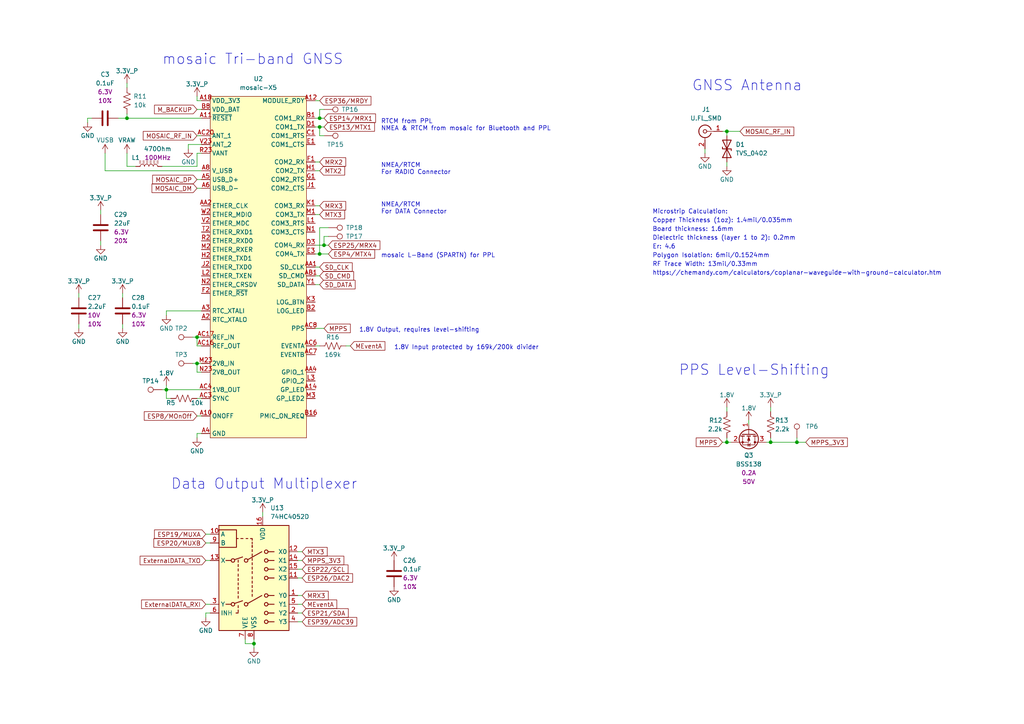
<source format=kicad_sch>
(kicad_sch (version 20230121) (generator eeschema)
  (paper "A4")
  (lib_symbols
    (symbol "SparkFun-Capacitor:0.1uF_0402_6.3V_10%" (pin_numbers hide) (pin_names (offset 0.254))
      (property "Reference" "C" (at 0.635 2.54 0))
      (property "Value" "0.1uF" (at 0.635 -2.54 0))
      (property "Voltage" "6.3V" (at 0 -6.35 0))
      (property "Tolerance" "10%" (at 0 -8.89 0))
      (symbol "0.1uF_0402_6.3V_10%_1_1"
        (pin passive line (at 0 3.81 270) (length 2.794) (name "~") (number "1"))
        (pin passive line (at 0 -3.81 90) (length 2.794) (name "~") (number "2"))
      )
    )
    (symbol "SparkFun-Capacitor:2.2uF_0402_10V_10%" (pin_numbers hide) (pin_names (offset 0.254))
      (property "Reference" "C" (at 0.635 2.54 0))
      (property "Value" "2.2uF" (at 0.635 -2.54 0))
      (property "Voltage" "10V" (at 0 -6.35 0))
      (property "Tolerance" "10%" (at 0 -8.89 0))
      (symbol "2.2uF_0402_10V_10%_1_1"
        (pin passive line (at 0 3.81 270) (length 2.794) (name "~") (number "1"))
        (pin passive line (at 0 -3.81 90) (length 2.794) (name "~") (number "2"))
      )
    )
    (symbol "SparkFun-Capacitor:22uF_0603_6.3V_20%" (pin_numbers hide) (pin_names (offset 0.254))
      (property "Reference" "C" (at 0.635 2.54 0))
      (property "Value" "22uF" (at 0.635 -2.54 0))
      (property "Voltage" "6.3V" (at 0 -6.35 0))
      (property "Tolerance" "20%" (at 0 -8.89 0))
      (symbol "22uF_0603_6.3V_20%_1_1"
        (pin passive line (at 0 3.81 270) (length 2.794) (name "~") (number "1"))
        (pin passive line (at 0 -3.81 90) (length 2.794) (name "~") (number "2"))
      )
    )
    (symbol "SparkFun-Coil:470Ohm_0603_1.0A" (pin_numbers hide) (pin_names (offset 1.016) hide)
      (property "Reference" "L" (at 0 2.54 0))
      (property "Value" "470Ohm" (at 0 -1.27 0))
      (property "Frequency" "100MHz" (at 0 -3.81 0))
      (symbol "470Ohm_0603_1.0A_1_1"
        (pin passive line (at -3.81 0 0) (length 1.27) (name "1") (number "1"))
        (pin passive line (at 3.81 0 180) (length 1.27) (name "2") (number "2"))
      )
    )
    (symbol "SparkFun-Connector:TestPoint_1.0mm" (pin_numbers hide) (pin_names (offset 0.762) hide)
      (property "Reference" "TP" (at 0 5.08 0))
      (symbol "TestPoint_1.0mm_1_1"
        (pin passive line (at 0 0 90) (length 2.54) (name "1") (number "1"))
      )
    )
    (symbol "SparkFun-Connector:TestPoint_PTH" (pin_numbers hide) (pin_names (offset 0.762) hide)
      (property "Reference" "TP" (at 0 5.08 0))
      (symbol "TestPoint_PTH_1_1"
        (pin passive line (at 0 0 90) (length 2.54) (name "1") (number "1"))
      )
    )
    (symbol "SparkFun-DiscreteSemi:D_TVS_0402" (pin_numbers hide) (pin_names (offset 1.016) hide)
      (property "Reference" "D" (at 0 2.54 0))
      (property "Value" "TVS_0402" (at 0 -2.54 0))
      (symbol "D_TVS_0402_1_1"
        (pin passive line (at -3.81 0 0) (length 2.54) (name "A1") (number "1"))
        (pin passive line (at 3.81 0 180) (length 2.54) (name "A2") (number "2"))
      )
    )
    (symbol "SparkFun-DiscreteSemi:Q_NMOS_0.2A_50V" (pin_names (offset 0) hide)
      (property "Reference" "Q" (at 5.08 1.27 0))
      (property "Value" "BSS138" (at 5.08 -1.27 0))
      (property "IMax" "0.2A" (at 7.62 -3.81 0))
      (property "VMax" "50V" (at 7.62 -6.35 0))
      (symbol "Q_NMOS_0.2A_50V_1_1"
        (pin input line (at -2.54 0 0) (length 0) (name "G") (number "1"))
        (pin passive line (at 2.54 -5.08 90) (length 2.54) (name "S") (number "2"))
        (pin passive line (at 2.54 5.08 270) (length 2.54) (name "D") (number "3"))
      )
    )
    (symbol "SparkFun-GPS:mosaic-X5"
      (property "Reference" "U" (at -12.7 44.45 0))
      (property "Value" "mosaic-X5" (at -1.27 -58.42 0))
      (symbol "mosaic-X5_1_1"
        (pin input line (at -16.51 -49.53 0) (length 2.54) (name "ONOFF") (number "A10"))
        (pin input line (at -16.51 36.83 0) (length 2.54) (name "~{RESET}") (number "A11"))
        (pin output line (at 16.51 41.91 180) (length 2.54) (name "MODULE_RDY") (number "A12"))
        (pin output line (at 16.51 -41.91 180) (length 2.54) (name "GP_LED") (number "A14"))
        (pin power_in line (at -16.51 -54.61 0) (length 2.54) hide (name "GND") (number "A15"))
        (pin power_in line (at -16.51 -54.61 0) (length 2.54) hide (name "GND") (number "A16"))
        (pin power_in line (at -16.51 -54.61 0) (length 2.54) hide (name "GND") (number "A17"))
        (pin power_in line (at -16.51 41.91 0) (length 2.54) (name "VDD_3V3") (number "A18"))
        (pin power_in line (at -16.51 41.91 0) (length 2.54) hide (name "VDD_3V3") (number "A19"))
        (pin output line (at -16.51 -21.59 0) (length 2.54) (name "RTC_XTALO") (number "A2"))
        (pin power_in line (at -16.51 41.91 0) (length 2.54) hide (name "VDD_3V3") (number "A20"))
        (pin power_in line (at -16.51 -54.61 0) (length 2.54) hide (name "GND") (number "A21"))
        (pin power_in line (at -16.51 -54.61 0) (length 2.54) hide (name "GND") (number "A22"))
        (pin power_in line (at -16.51 -54.61 0) (length 2.54) hide (name "GND") (number "A23"))
        (pin input line (at -16.51 -19.05 0) (length 2.54) (name "RTC_XTALI") (number "A3"))
        (pin power_in line (at -16.51 -54.61 0) (length 2.54) (name "GND") (number "A4"))
        (pin bidirectional line (at -16.51 19.05 0) (length 2.54) (name "USB_D+") (number "A5"))
        (pin bidirectional line (at -16.51 16.51 0) (length 2.54) (name "USB_D-") (number "A6"))
        (pin power_in line (at -16.51 -54.61 0) (length 2.54) hide (name "GND") (number "A7"))
        (pin power_in line (at -16.51 21.59 0) (length 2.54) (name "V_USB") (number "A8"))
        (pin output line (at 16.51 -6.35 180) (length 2.54) (name "SD_CLK") (number "AA1"))
        (pin power_in line (at -16.51 -54.61 0) (length 2.54) hide (name "GND") (number "AA13"))
        (pin power_in line (at -16.51 -54.61 0) (length 2.54) hide (name "GND") (number "AA14"))
        (pin power_in line (at -16.51 -54.61 0) (length 2.54) hide (name "GND") (number "AA15"))
        (pin power_in line (at -16.51 -54.61 0) (length 2.54) hide (name "GND") (number "AA16"))
        (pin power_in line (at -16.51 -54.61 0) (length 2.54) hide (name "GND") (number "AA17"))
        (pin power_in line (at -16.51 -54.61 0) (length 2.54) hide (name "GND") (number "AA18"))
        (pin power_in line (at -16.51 -54.61 0) (length 2.54) hide (name "GND") (number "AA19"))
        (pin output line (at -16.51 11.43 0) (length 2.54) (name "ETHER_CLK") (number "AA2"))
        (pin power_in line (at -16.51 -54.61 0) (length 2.54) hide (name "GND") (number "AA20"))
        (pin power_in line (at -16.51 -54.61 0) (length 2.54) hide (name "GND") (number "AA21"))
        (pin power_in line (at -16.51 -54.61 0) (length 2.54) hide (name "GND") (number "AA22"))
        (pin power_in line (at -16.51 -54.61 0) (length 2.54) hide (name "GND") (number "AA23"))
        (pin output line (at 16.51 -36.83 180) (length 2.54) (name "GPIO_1") (number "AA4"))
        (pin output line (at 16.51 -8.89 180) (length 2.54) (name "SD_CMD") (number "AB1"))
        (pin power_in line (at -16.51 -54.61 0) (length 2.54) hide (name "GND") (number "AB13"))
        (pin power_in line (at -16.51 -54.61 0) (length 2.54) hide (name "GND") (number "AB14"))
        (pin power_in line (at -16.51 -54.61 0) (length 2.54) hide (name "GND") (number "AB15"))
        (pin power_in line (at -16.51 -54.61 0) (length 2.54) hide (name "GND") (number "AB16"))
        (pin power_in line (at -16.51 -54.61 0) (length 2.54) hide (name "GND") (number "AB17"))
        (pin power_in line (at -16.51 -54.61 0) (length 2.54) hide (name "GND") (number "AB18"))
        (pin power_in line (at -16.51 -54.61 0) (length 2.54) hide (name "GND") (number "AB19"))
        (pin power_in line (at -16.51 -54.61 0) (length 2.54) hide (name "GND") (number "AB2"))
        (pin power_in line (at -16.51 -54.61 0) (length 2.54) hide (name "GND") (number "AB20"))
        (pin power_in line (at -16.51 -54.61 0) (length 2.54) hide (name "GND") (number "AB21"))
        (pin power_in line (at -16.51 -54.61 0) (length 2.54) hide (name "GND") (number "AB22"))
        (pin power_in line (at -16.51 -54.61 0) (length 2.54) hide (name "GND") (number "AB23"))
        (pin power_in line (at -16.51 -54.61 0) (length 2.54) hide (name "GND") (number "AB3"))
        (pin power_in line (at -16.51 -54.61 0) (length 2.54) hide (name "GND") (number "AB4"))
        (pin power_in line (at -16.51 -54.61 0) (length 2.54) hide (name "GND") (number "AB5"))
        (pin power_in line (at -16.51 -54.61 0) (length 2.54) hide (name "GND") (number "AB6"))
        (pin power_in line (at -16.51 -54.61 0) (length 2.54) hide (name "GND") (number "AB7"))
        (pin power_in line (at -16.51 -54.61 0) (length 2.54) hide (name "GND") (number "AB8"))
        (pin power_in line (at -16.51 -54.61 0) (length 2.54) hide (name "GND") (number "AC13"))
        (pin no_connect line (at -13.97 -24.13 0) (length 2.54) hide (name "VTUNE") (number "AC14"))
        (pin power_in line (at -16.51 -54.61 0) (length 2.54) hide (name "GND") (number "AC15"))
        (pin output line (at -16.51 -29.21 0) (length 2.54) (name "REF_OUT") (number "AC16"))
        (pin input line (at -16.51 -26.67 0) (length 2.54) (name "REF_IN") (number "AC17"))
        (pin power_in line (at -16.51 -54.61 0) (length 2.54) hide (name "GND") (number "AC18"))
        (pin power_in line (at -16.51 -54.61 0) (length 2.54) hide (name "GND") (number "AC19"))
        (pin input line (at -16.51 31.75 0) (length 2.54) (name "ANT_1") (number "AC20"))
        (pin power_in line (at -16.51 -54.61 0) (length 2.54) hide (name "GND") (number "AC21"))
        (pin power_in line (at -16.51 -54.61 0) (length 2.54) hide (name "GND") (number "AC22"))
        (pin power_in line (at -16.51 -54.61 0) (length 2.54) hide (name "GND") (number "AC23"))
        (pin input line (at -16.51 -44.45 0) (length 2.54) (name "SYNC") (number "AC3"))
        (pin power_out line (at -16.51 -41.91 0) (length 2.54) (name "1V8_OUT") (number "AC4"))
        (pin input line (at 16.51 -29.21 180) (length 2.54) (name "EVENTA") (number "AC6"))
        (pin input line (at 16.51 -31.75 180) (length 2.54) (name "EVENTB") (number "AC7"))
        (pin output line (at 16.51 -24.13 180) (length 2.54) (name "PPS") (number "AC8"))
        (pin input line (at 16.51 36.83 180) (length 2.54) (name "COM1_RX") (number "B1"))
        (pin power_in line (at -16.51 -54.61 0) (length 2.54) hide (name "GND") (number "B13"))
        (pin output line (at 16.51 -49.53 180) (length 2.54) (name "PMIC_ON_REQ") (number "B16"))
        (pin power_in line (at -16.51 -54.61 0) (length 2.54) hide (name "GND") (number "B17"))
        (pin power_in line (at -16.51 41.91 0) (length 2.54) hide (name "VDD_3V3") (number "B18"))
        (pin power_in line (at -16.51 41.91 0) (length 2.54) hide (name "VDD_3V3") (number "B19"))
        (pin output line (at 16.51 -19.05 180) (length 2.54) (name "LOG_LED") (number "B2"))
        (pin power_in line (at -16.51 41.91 0) (length 2.54) hide (name "VDD_3V3") (number "B20"))
        (pin power_in line (at -16.51 -54.61 0) (length 2.54) hide (name "GND") (number "B21"))
        (pin power_in line (at -16.51 -54.61 0) (length 2.54) hide (name "GND") (number "B4"))
        (pin power_in line (at -16.51 -54.61 0) (length 2.54) hide (name "GND") (number "B5"))
        (pin power_in line (at -16.51 -54.61 0) (length 2.54) hide (name "GND") (number "B6"))
        (pin power_in line (at -16.51 -54.61 0) (length 2.54) hide (name "GND") (number "B7"))
        (pin power_in line (at -16.51 39.37 0) (length 2.54) (name "VDD_BAT") (number "B8"))
        (pin output line (at 16.51 31.75 180) (length 2.54) (name "COM1_RTS") (number "C1"))
        (pin power_in line (at -16.51 -54.61 0) (length 2.54) hide (name "GND") (number "C15"))
        (pin power_in line (at -16.51 -54.61 0) (length 2.54) hide (name "GND") (number "C16"))
        (pin power_in line (at -16.51 -54.61 0) (length 2.54) hide (name "GND") (number "C17"))
        (pin power_in line (at -16.51 41.91 0) (length 2.54) hide (name "VDD_3V3") (number "C18"))
        (pin power_in line (at -16.51 41.91 0) (length 2.54) hide (name "VDD_3V3") (number "C19"))
        (pin power_in line (at -16.51 41.91 0) (length 2.54) hide (name "VDD_3V3") (number "C20"))
        (pin power_in line (at -16.51 -54.61 0) (length 2.54) hide (name "GND") (number "C23"))
        (pin power_in line (at -16.51 -54.61 0) (length 2.54) hide (name "GND") (number "C4"))
        (pin power_in line (at -16.51 -54.61 0) (length 2.54) hide (name "GND") (number "C7"))
        (pin output line (at 16.51 34.29 180) (length 2.54) (name "COM1_TX") (number "D1"))
        (pin power_in line (at -16.51 -54.61 0) (length 2.54) hide (name "GND") (number "D2"))
        (pin power_in line (at -16.51 -54.61 0) (length 2.54) hide (name "GND") (number "D21"))
        (pin power_in line (at -16.51 -54.61 0) (length 2.54) hide (name "GND") (number "D22"))
        (pin power_in line (at -16.51 -54.61 0) (length 2.54) hide (name "GND") (number "D23"))
        (pin output line (at 16.51 0 180) (length 2.54) (name "COM4_RX") (number "D3"))
        (pin input line (at 16.51 29.21 180) (length 2.54) (name "COM1_CTS") (number "E1"))
        (pin power_in line (at -16.51 -54.61 0) (length 2.54) hide (name "GND") (number "E2"))
        (pin power_in line (at -16.51 -54.61 0) (length 2.54) hide (name "GND") (number "E21"))
        (pin power_in line (at -16.51 -54.61 0) (length 2.54) hide (name "GND") (number "E22"))
        (pin power_in line (at -16.51 -54.61 0) (length 2.54) hide (name "GND") (number "E23"))
        (pin output line (at 16.51 -2.54 180) (length 2.54) (name "COM4_TX") (number "E3"))
        (pin input line (at 16.51 24.13 180) (length 2.54) (name "COM2_RX") (number "F1"))
        (pin output line (at -16.51 -13.97 0) (length 2.54) (name "ETHER_~{RST}") (number "F2"))
        (pin power_in line (at -16.51 -54.61 0) (length 2.54) hide (name "GND") (number "F21"))
        (pin power_in line (at -16.51 -54.61 0) (length 2.54) hide (name "GND") (number "F22"))
        (pin power_in line (at -16.51 -54.61 0) (length 2.54) hide (name "GND") (number "F23"))
        (pin output line (at 16.51 19.05 180) (length 2.54) (name "COM2_RTS") (number "G1"))
        (pin power_in line (at -16.51 -54.61 0) (length 2.54) hide (name "GND") (number "G2"))
        (pin power_in line (at -16.51 -54.61 0) (length 2.54) hide (name "GND") (number "G21"))
        (pin power_in line (at -16.51 -54.61 0) (length 2.54) hide (name "GND") (number "G23"))
        (pin output line (at 16.51 21.59 180) (length 2.54) (name "COM2_TX") (number "H1"))
        (pin output line (at -16.51 -3.81 0) (length 2.54) (name "ETHER_TXD1") (number "H2"))
        (pin power_in line (at -16.51 -54.61 0) (length 2.54) hide (name "GND") (number "H21"))
        (pin power_in line (at -16.51 -54.61 0) (length 2.54) hide (name "GND") (number "H22"))
        (pin power_in line (at -16.51 -54.61 0) (length 2.54) hide (name "GND") (number "H23"))
        (pin input line (at 16.51 16.51 180) (length 2.54) (name "COM2_CTS") (number "J1"))
        (pin output line (at -16.51 -6.35 0) (length 2.54) (name "ETHER_TXD0") (number "J2"))
        (pin power_in line (at -16.51 -54.61 0) (length 2.54) hide (name "GND") (number "J21"))
        (pin power_in line (at -16.51 -54.61 0) (length 2.54) hide (name "GND") (number "J22"))
        (pin power_in line (at -16.51 -54.61 0) (length 2.54) hide (name "GND") (number "J23"))
        (pin input line (at 16.51 11.43 180) (length 2.54) (name "COM3_RX") (number "K1"))
        (pin power_in line (at -16.51 -54.61 0) (length 2.54) hide (name "GND") (number "K2"))
        (pin power_in line (at -16.51 -54.61 0) (length 2.54) hide (name "GND") (number "K21"))
        (pin power_in line (at -16.51 -54.61 0) (length 2.54) hide (name "GND") (number "K22"))
        (pin power_in line (at -16.51 -54.61 0) (length 2.54) hide (name "GND") (number "K23"))
        (pin input line (at 16.51 -16.51 180) (length 2.54) (name "LOG_BTN") (number "K3"))
        (pin output line (at 16.51 6.35 180) (length 2.54) (name "COM3_RTS") (number "L1"))
        (pin output line (at -16.51 -8.89 0) (length 2.54) (name "ETHER_TXEN") (number "L2"))
        (pin power_in line (at -16.51 -54.61 0) (length 2.54) hide (name "GND") (number "L21"))
        (pin power_in line (at -16.51 -54.61 0) (length 2.54) hide (name "GND") (number "L22"))
        (pin power_in line (at -16.51 -54.61 0) (length 2.54) hide (name "GND") (number "L23"))
        (pin output line (at 16.51 -39.37 180) (length 2.54) (name "GPIO_2") (number "L3"))
        (pin output line (at 16.51 8.89 180) (length 2.54) (name "COM3_TX") (number "M1"))
        (pin input line (at -16.51 -1.27 0) (length 2.54) (name "ETHER_RXER") (number "M2"))
        (pin power_in line (at -16.51 -54.61 0) (length 2.54) hide (name "GND") (number "M21"))
        (pin power_in line (at -16.51 -54.61 0) (length 2.54) hide (name "GND") (number "M22"))
        (pin power_in line (at -16.51 -34.29 0) (length 2.54) (name "2V8_IN") (number "M23"))
        (pin output line (at 16.51 -44.45 180) (length 2.54) (name "GP_LED2") (number "M3"))
        (pin input line (at 16.51 3.81 180) (length 2.54) (name "COM3_CTS") (number "N1"))
        (pin input line (at -16.51 -11.43 0) (length 2.54) (name "ETHER_CRSDV") (number "N2"))
        (pin power_in line (at -16.51 -54.61 0) (length 2.54) hide (name "GND") (number "N21"))
        (pin power_in line (at -16.51 -54.61 0) (length 2.54) hide (name "GND") (number "N22"))
        (pin power_out line (at -16.51 -36.83 0) (length 2.54) (name "2V8_OUT") (number "N23"))
        (pin power_in line (at -16.51 -54.61 0) (length 2.54) hide (name "GND") (number "P1"))
        (pin power_in line (at -16.51 -54.61 0) (length 2.54) hide (name "GND") (number "P2"))
        (pin power_in line (at -16.51 -54.61 0) (length 2.54) hide (name "GND") (number "P21"))
        (pin power_in line (at -16.51 -54.61 0) (length 2.54) hide (name "GND") (number "P22"))
        (pin power_in line (at -16.51 26.67 0) (length 2.54) hide (name "VANT") (number "P23"))
        (pin power_in line (at -16.51 -54.61 0) (length 2.54) hide (name "GND") (number "P3"))
        (pin input line (at -16.51 1.27 0) (length 2.54) (name "ETHER_RXD0") (number "R2"))
        (pin power_in line (at -16.51 -54.61 0) (length 2.54) hide (name "GND") (number "R21"))
        (pin power_in line (at -16.51 -54.61 0) (length 2.54) hide (name "GND") (number "R22"))
        (pin power_in line (at -16.51 26.67 0) (length 2.54) (name "VANT") (number "R23"))
        (pin power_in line (at -16.51 -54.61 0) (length 2.54) hide (name "GND") (number "R3"))
        (pin input line (at -16.51 3.81 0) (length 2.54) (name "ETHER_RXD1") (number "T2"))
        (pin power_in line (at -16.51 -54.61 0) (length 2.54) hide (name "GND") (number "T21"))
        (pin power_in line (at -16.51 -54.61 0) (length 2.54) hide (name "GND") (number "T22"))
        (pin power_in line (at -16.51 -54.61 0) (length 2.54) hide (name "GND") (number "T23"))
        (pin power_in line (at -16.51 -54.61 0) (length 2.54) hide (name "GND") (number "U2"))
        (pin power_in line (at -16.51 -54.61 0) (length 2.54) hide (name "GND") (number "U21"))
        (pin power_in line (at -16.51 -54.61 0) (length 2.54) hide (name "GND") (number "U22"))
        (pin power_in line (at -16.51 -54.61 0) (length 2.54) hide (name "GND") (number "U23"))
        (pin output line (at -16.51 6.35 0) (length 2.54) (name "ETHER_MDC") (number "V2"))
        (pin power_in line (at -16.51 -54.61 0) (length 2.54) hide (name "GND") (number "V21"))
        (pin power_in line (at -16.51 -54.61 0) (length 2.54) hide (name "GND") (number "V22"))
        (pin input line (at -16.51 29.21 0) (length 2.54) (name "ANT_2") (number "V23"))
        (pin bidirectional line (at -16.51 8.89 0) (length 2.54) (name "ETHER_MDIO") (number "W2"))
        (pin power_in line (at -16.51 -54.61 0) (length 2.54) hide (name "GND") (number "W21"))
        (pin power_in line (at -16.51 -54.61 0) (length 2.54) hide (name "GND") (number "W22"))
        (pin power_in line (at -16.51 -54.61 0) (length 2.54) hide (name "GND") (number "W23"))
        (pin bidirectional line (at 16.51 -11.43 180) (length 2.54) (name "SD_DATA") (number "Y1"))
        (pin power_in line (at -16.51 -54.61 0) (length 2.54) hide (name "GND") (number "Y2"))
        (pin power_in line (at -16.51 -54.61 0) (length 2.54) hide (name "GND") (number "Y21"))
        (pin power_in line (at -16.51 -54.61 0) (length 2.54) hide (name "GND") (number "Y22"))
        (pin power_in line (at -16.51 -54.61 0) (length 2.54) hide (name "GND") (number "Y23"))
      )
    )
    (symbol "SparkFun-IC-Logic:74HC4052D"
      (property "Reference" "U" (at -10.16 16.51 0))
      (property "Value" "74HC4052D" (at 3.81 16.51 0))
      (symbol "74HC4052D_1_1"
        (pin bidirectional line (at 12.7 -5.08 180) (length 2.54) (name "Y0") (number "1"))
        (pin input line (at -12.7 12.7 0) (length 2.54) (name "A") (number "10"))
        (pin bidirectional line (at 12.7 0 180) (length 2.54) (name "X3") (number "11"))
        (pin bidirectional line (at 12.7 7.62 180) (length 2.54) (name "X0") (number "12"))
        (pin bidirectional line (at -12.7 5.08 0) (length 2.54) (name "X") (number "13"))
        (pin bidirectional line (at 12.7 5.08 180) (length 2.54) (name "X1") (number "14"))
        (pin bidirectional line (at 12.7 2.54 180) (length 2.54) (name "X2") (number "15"))
        (pin power_in line (at 2.54 17.78 270) (length 2.54) (name "VDD") (number "16"))
        (pin bidirectional line (at 12.7 -10.16 180) (length 2.54) (name "Y2") (number "2"))
        (pin bidirectional line (at -12.7 -7.62 0) (length 2.54) (name "Y") (number "3"))
        (pin bidirectional line (at 12.7 -12.7 180) (length 2.54) (name "Y3") (number "4"))
        (pin bidirectional line (at 12.7 -7.62 180) (length 2.54) (name "Y1") (number "5"))
        (pin input line (at -12.7 -10.16 0) (length 2.54) (name "INH") (number "6"))
        (pin power_in line (at -2.54 -17.78 90) (length 2.54) (name "VEE") (number "7"))
        (pin power_in line (at 0 -17.78 90) (length 2.54) (name "VSS") (number "8"))
        (pin input line (at -12.7 10.16 0) (length 2.54) (name "B") (number "9"))
      )
    )
    (symbol "SparkFun-PowerSymbol:1.8V" (power) (pin_names (offset 0))
      (property "Value" "1.8V" (at 0 3.556 0))
      (symbol "1.8V_1_1"
        (pin power_in line (at 0 0 90) (length 0) hide (name "1.8V") (number "1"))
      )
    )
    (symbol "SparkFun-PowerSymbol:3.3V_P" (power) (pin_names (offset 0))
      (property "Value" "3.3V_P" (at 0 3.556 0))
      (symbol "3.3V_P_1_1"
        (pin power_in line (at 0 0 90) (length 0) hide (name "3.3V_P") (number "1"))
      )
    )
    (symbol "SparkFun-PowerSymbol:GND" (power) (pin_names (offset 0))
      (property "Value" "GND" (at 0 -3.81 0))
      (symbol "GND_1_1"
        (pin power_in line (at 0 0 270) (length 0) hide (name "GND") (number "1"))
      )
    )
    (symbol "SparkFun-PowerSymbol:VRAW" (power) (pin_names (offset 0))
      (property "Value" "VRAW" (at 0 3.81 0))
      (symbol "VRAW_1_1"
        (pin power_in line (at 0 0 90) (length 0) hide (name "VRAW") (number "1"))
      )
    )
    (symbol "SparkFun-PowerSymbol:VUSB" (power) (pin_names (offset 0))
      (property "Value" "VUSB" (at 0 3.81 0))
      (symbol "VUSB_1_1"
        (pin power_in line (at 0 0 90) (length 0) hide (name "VUSB") (number "1"))
      )
    )
    (symbol "SparkFun-RF:U.FL_SMD" (pin_names (offset 1.016) hide)
      (property "Reference" "J" (at 0.254 3.048 0))
      (property "Value" "U.FL_SMD" (at 2.921 0 90))
      (symbol "U.FL_SMD_1_1"
        (pin passive line (at -5.08 0 0) (length 2.54) (name "In") (number "1"))
        (pin passive line (at 0 -5.08 90) (length 2.54) (name "Ext") (number "2"))
      )
    )
    (symbol "SparkFun-Resistor:10k_0402" (pin_numbers hide) (pin_names (offset 0))
      (property "Reference" "R" (at 0 -2.54 0))
      (property "Value" "10k" (at 0 2.54 0))
      (symbol "10k_0402_1_1"
        (pin passive line (at 3.81 0 180) (length 1.27) (name "~") (number "1"))
        (pin passive line (at -3.81 0 0) (length 1.27) (name "~") (number "2"))
      )
    )
    (symbol "SparkFun-Resistor:169k_0603" (pin_numbers hide) (pin_names (offset 0))
      (property "Reference" "R" (at 0 -2.54 0))
      (property "Value" "169k" (at 0 2.54 0))
      (symbol "169k_0603_1_1"
        (pin passive line (at 3.81 0 180) (length 1.27) (name "~") (number "1"))
        (pin passive line (at -3.81 0 0) (length 1.27) (name "~") (number "2"))
      )
    )
    (symbol "SparkFun-Resistor:2.2k_0402" (pin_numbers hide) (pin_names (offset 0))
      (property "Reference" "R" (at 0 -2.54 0))
      (property "Value" "2.2k" (at 0 2.54 0))
      (symbol "2.2k_0402_1_1"
        (pin passive line (at 3.81 0 180) (length 1.27) (name "~") (number "1"))
        (pin passive line (at -3.81 0 0) (length 1.27) (name "~") (number "2"))
      )
    )
    (symbol "power:GND" (power) (pin_names (offset 0))
      (property "Value" "GND" (at 0 -3.81 0))
      (symbol "GND_1_1"
        (pin power_in line (at 0 0 270) (length 0) hide (name "GND") (number "1"))
      )
    )
  )
  (junction (at 73.66 186.69))
  (junction (at 57.15 97.79))
  (junction (at 92.71 36.83))
  (junction (at 231.14 128.27))
  (junction (at 92.71 34.29))
  (junction (at 210.82 128.27))
  (junction (at 57.15 105.41))
  (junction (at 210.82 38.1))
  (junction (at 223.52 128.27))
  (junction (at 48.26 113.03))
  (junction (at 93.98 71.12))
  (junction (at 36.83 34.29))
  (junction (at 92.71 73.66))
  (wire (pts (xy 91.44 77.47) (xy 92.71 77.47)))
  (wire (pts (xy 57.15 52.07) (xy 58.42 52.07)))
  (wire (pts (xy 95.25 66.04) (xy 92.71 66.04)))
  (wire (pts (xy 22.86 86.36) (xy 22.86 85.09)))
  (wire (pts (xy 58.42 105.41) (xy 57.15 105.41)))
  (wire (pts (xy 58.42 44.45) (xy 57.15 44.45)))
  (wire (pts (xy 210.82 38.1) (xy 210.82 39.37)))
  (wire (pts (xy 57.15 29.21) (xy 57.15 27.94)))
  (wire (pts (xy 58.42 113.03) (xy 48.26 113.03)))
  (wire (pts (xy 231.14 128.27) (xy 233.68 128.27)))
  (wire (pts (xy 73.66 185.42) (xy 73.66 186.69)))
  (wire (pts (xy 59.69 175.26) (xy 60.96 175.26)))
  (wire (pts (xy 91.44 95.25) (xy 93.98 95.25)))
  (wire (pts (xy 57.15 39.37) (xy 58.42 39.37)))
  (wire (pts (xy 91.44 36.83) (xy 92.71 36.83)))
  (wire (pts (xy 91.44 82.55) (xy 92.71 82.55)))
  (wire (pts (xy 222.25 128.27) (xy 223.52 128.27)))
  (wire (pts (xy 36.83 33.02) (xy 36.83 34.29)))
  (wire (pts (xy 92.71 66.04) (xy 92.71 73.66)))
  (wire (pts (xy 57.15 97.79) (xy 58.42 97.79)))
  (wire (pts (xy 92.71 31.75) (xy 92.71 34.29)))
  (wire (pts (xy 55.88 97.79) (xy 57.15 97.79)))
  (wire (pts (xy 93.98 71.12) (xy 95.25 71.12)))
  (wire (pts (xy 210.82 128.27) (xy 212.09 128.27)))
  (wire (pts (xy 57.15 107.95) (xy 58.42 107.95)))
  (wire (pts (xy 87.63 165.1) (xy 86.36 165.1)))
  (wire (pts (xy 48.26 113.03) (xy 48.26 111.76)))
  (wire (pts (xy 57.15 125.73) (xy 57.15 127)))
  (wire (pts (xy 59.69 177.8) (xy 59.69 179.07)))
  (wire (pts (xy 54.61 41.91) (xy 58.42 41.91)))
  (wire (pts (xy 91.44 71.12) (xy 93.98 71.12)))
  (wire (pts (xy 210.82 118.11) (xy 210.82 119.38)))
  (wire (pts (xy 87.63 175.26) (xy 86.36 175.26)))
  (wire (pts (xy 92.71 49.53) (xy 91.44 49.53)))
  (wire (pts (xy 58.42 125.73) (xy 57.15 125.73)))
  (wire (pts (xy 57.15 100.33) (xy 57.15 97.79)))
  (wire (pts (xy 58.42 29.21) (xy 57.15 29.21)))
  (wire (pts (xy 30.48 44.45) (xy 30.48 49.53)))
  (wire (pts (xy 91.44 34.29) (xy 92.71 34.29)))
  (wire (pts (xy 204.47 44.45) (xy 204.47 43.18)))
  (wire (pts (xy 57.15 115.57) (xy 58.42 115.57)))
  (wire (pts (xy 100.33 100.33) (xy 101.6 100.33)))
  (wire (pts (xy 29.21 62.23) (xy 29.21 60.96)))
  (wire (pts (xy 92.71 34.29) (xy 93.98 34.29)))
  (wire (pts (xy 29.21 71.12) (xy 29.21 69.85)))
  (wire (pts (xy 48.26 115.57) (xy 48.26 113.03)))
  (wire (pts (xy 35.56 86.36) (xy 35.56 85.09)))
  (wire (pts (xy 57.15 120.65) (xy 58.42 120.65)))
  (wire (pts (xy 87.63 177.8) (xy 86.36 177.8)))
  (wire (pts (xy 26.67 34.29) (xy 25.4 34.29)))
  (wire (pts (xy 71.12 185.42) (xy 71.12 186.69)))
  (wire (pts (xy 91.44 29.21) (xy 92.71 29.21)))
  (wire (pts (xy 39.37 48.26) (xy 36.83 48.26)))
  (wire (pts (xy 57.15 54.61) (xy 58.42 54.61)))
  (wire (pts (xy 92.71 36.83) (xy 92.71 39.37)))
  (wire (pts (xy 223.52 128.27) (xy 231.14 128.27)))
  (wire (pts (xy 48.26 90.17) (xy 48.26 91.44)))
  (wire (pts (xy 71.12 186.69) (xy 73.66 186.69)))
  (wire (pts (xy 30.48 49.53) (xy 58.42 49.53)))
  (wire (pts (xy 87.63 180.34) (xy 86.36 180.34)))
  (wire (pts (xy 209.55 128.27) (xy 210.82 128.27)))
  (wire (pts (xy 60.96 177.8) (xy 59.69 177.8)))
  (wire (pts (xy 46.99 113.03) (xy 48.26 113.03)))
  (wire (pts (xy 55.88 105.41) (xy 57.15 105.41)))
  (wire (pts (xy 87.63 162.56) (xy 86.36 162.56)))
  (wire (pts (xy 25.4 34.29) (xy 25.4 35.56)))
  (wire (pts (xy 92.71 46.99) (xy 91.44 46.99)))
  (wire (pts (xy 91.44 73.66) (xy 92.71 73.66)))
  (wire (pts (xy 49.53 115.57) (xy 48.26 115.57)))
  (wire (pts (xy 59.69 162.56) (xy 60.96 162.56)))
  (wire (pts (xy 59.69 157.48) (xy 60.96 157.48)))
  (wire (pts (xy 92.71 59.69) (xy 91.44 59.69)))
  (wire (pts (xy 59.69 154.94) (xy 60.96 154.94)))
  (wire (pts (xy 57.15 105.41) (xy 57.15 107.95)))
  (wire (pts (xy 93.98 39.37) (xy 92.71 39.37)))
  (wire (pts (xy 210.82 38.1) (xy 214.63 38.1)))
  (wire (pts (xy 93.98 68.58) (xy 93.98 71.12)))
  (wire (pts (xy 34.29 34.29) (xy 36.83 34.29)))
  (wire (pts (xy 210.82 127) (xy 210.82 128.27)))
  (wire (pts (xy 209.55 38.1) (xy 210.82 38.1)))
  (wire (pts (xy 58.42 100.33) (xy 57.15 100.33)))
  (wire (pts (xy 231.14 127) (xy 231.14 128.27)))
  (wire (pts (xy 36.83 44.45) (xy 36.83 48.26)))
  (wire (pts (xy 87.63 172.72) (xy 86.36 172.72)))
  (wire (pts (xy 36.83 34.29) (xy 58.42 34.29)))
  (wire (pts (xy 92.71 73.66) (xy 95.25 73.66)))
  (wire (pts (xy 36.83 24.13) (xy 36.83 25.4)))
  (wire (pts (xy 54.61 41.91) (xy 54.61 43.18)))
  (wire (pts (xy 95.25 68.58) (xy 93.98 68.58)))
  (wire (pts (xy 87.63 167.64) (xy 86.36 167.64)))
  (wire (pts (xy 22.86 95.25) (xy 22.86 93.98)))
  (wire (pts (xy 58.42 90.17) (xy 48.26 90.17)))
  (wire (pts (xy 210.82 48.26) (xy 210.82 46.99)))
  (wire (pts (xy 92.71 36.83) (xy 93.98 36.83)))
  (wire (pts (xy 91.44 80.01) (xy 92.71 80.01)))
  (wire (pts (xy 35.56 95.25) (xy 35.56 93.98)))
  (wire (pts (xy 73.66 186.69) (xy 73.66 187.96)))
  (wire (pts (xy 46.99 48.26) (xy 57.15 48.26)))
  (wire (pts (xy 217.17 121.92) (xy 217.17 123.19)))
  (wire (pts (xy 223.52 118.11) (xy 223.52 119.38)))
  (wire (pts (xy 76.2 148.59) (xy 76.2 149.86)))
  (wire (pts (xy 91.44 100.33) (xy 92.71 100.33)))
  (wire (pts (xy 92.71 62.23) (xy 91.44 62.23)))
  (wire (pts (xy 87.63 160.02) (xy 86.36 160.02)))
  (wire (pts (xy 57.15 31.75) (xy 58.42 31.75)))
  (wire (pts (xy 223.52 127) (xy 223.52 128.27)))
  (wire (pts (xy 57.15 44.45) (xy 57.15 48.26)))
  (wire (pts (xy 93.98 31.75) (xy 92.71 31.75)))
  (text "Er: 4.6" (at 189.23 72.39 0) (effects (font (size 1.27 1.27)) (justify left bottom)))
  (text "mosaic L-Band (SPARTN) for PPL" (at 110.49 74.93 0) (effects (font (size 1.27 1.27)) (justify left bottom)))
  (text "Polygon Isolation: 6mil/0.1524mm" (at 189.23 74.93 0) (effects (font (size 1.27 1.27)) (justify left bottom)))
  (text "Dielectric thickness (layer 1 to 2): 0.2mm" (at 189.23 69.85 0) (effects (font (size 1.27 1.27)) (justify left bottom)))
  (text "RTCM from PPL\nNMEA & RTCM from mosaic for Bluetooth and PPL" (at 110.49 38.1 0) (effects (font (size 1.27 1.27)) (justify left bottom)))
  (text "Board thickness: 1.6mm" (at 189.23 67.31 0) (effects (font (size 1.27 1.27)) (justify left bottom)))
  (text "mosaic Tri-band GNSS\n" (at 46.99 19.05 0) (effects (font (size 3 3)) (justify left bottom)))
  (text "Microstrip Calculation:" (at 189.23 62.23 0) (effects (font (size 1.27 1.27)) (justify left bottom)))
  (text "NMEA/RTCM\nFor RADIO Connector" (at 110.49 50.8 0) (effects (font (size 1.27 1.27)) (justify left bottom)))
  (text "Data Output Multiplexer\n" (at 49.53 142.24 0) (effects (font (size 3 3)) (justify left bottom)))
  (text "NMEA/RTCM\nFor DATA Connector" (at 110.49 62.23 0) (effects (font (size 1.27 1.27)) (justify left bottom)))
  (text "https://chemandy.com/calculators/coplanar-waveguide-with-ground-calculator.htm" (at 189.23 80.01 0) (effects (font (size 1.27 1.27)) (justify left bottom)))
  (text "Copper Thickness (1oz): 1.4mil/0.035mm" (at 189.23 64.77 0) (effects (font (size 1.27 1.27)) (justify left bottom)))
  (text "PPS Level-Shifting\n" (at 196.85 109.22 0) (effects (font (size 3 3)) (justify left bottom)))
  (text "1.8V Output, requires level-shifting" (at 104.14 96.52 0) (effects (font (size 1.27 1.27)) (justify left bottom)))
  (text "1.8V Input protected by 169k/200k divider" (at 114.3 101.6 0) (effects (font (size 1.27 1.27)) (justify left bottom)))
  (text "GNSS Antenna\n" (at 200.66 26.67 0) (effects (font (size 3 3)) (justify left bottom)))
  (text "RF Trace Width: 13mil/0.33mm" (at 189.23 77.47 0) (effects (font (size 1.27 1.27)) (justify left bottom)))
  (global_label "MTX3" (shape input) (at 87.63 160.02 0) (property "Intersheetrefs" "${INTERSHEET_REFS}" (effects hide)))
  (global_label "MOSAIC_DP" (shape input) (at 57.15 52.07 180) (property "Intersheetrefs" "${INTERSHEET_REFS}" (effects hide)))
  (global_label "ExternalDATA_RXI" (shape input) (at 59.69 175.26 180) (property "Intersheetrefs" "${INTERSHEET_REFS}" (effects hide)))
  (global_label "ESP14{slash}MRX1" (shape input) (at 93.98 34.29 0) (property "Intersheetrefs" "${INTERSHEET_REFS}" (effects hide)))
  (global_label "ESP22{slash}SCL" (shape input) (at 87.63 165.1 0) (property "Intersheetrefs" "${INTERSHEET_REFS}" (effects hide)))
  (global_label "ESP25{slash}MRX4" (shape input) (at 95.25 71.12 0) (property "Intersheetrefs" "${INTERSHEET_REFS}" (effects hide)))
  (global_label "MRX3" (shape input) (at 92.71 59.69 0) (property "Intersheetrefs" "${INTERSHEET_REFS}" (effects hide)))
  (global_label "SD_DATA" (shape input) (at 92.71 82.55 0) (property "Intersheetrefs" "${INTERSHEET_REFS}" (effects hide)))
  (global_label "ESP39{slash}ADC39" (shape input) (at 87.63 180.34 0) (property "Intersheetrefs" "${INTERSHEET_REFS}" (effects hide)))
  (global_label "ESP36{slash}MRDY" (shape input) (at 92.71 29.21 0) (property "Intersheetrefs" "${INTERSHEET_REFS}" (effects hide)))
  (global_label "MPPS_3V3" (shape input) (at 87.63 162.56 0) (property "Intersheetrefs" "${INTERSHEET_REFS}" (effects hide)))
  (global_label "MEventA" (shape input) (at 87.63 175.26 0) (property "Intersheetrefs" "${INTERSHEET_REFS}" (effects hide)))
  (global_label "MTX3" (shape input) (at 92.71 62.23 0) (property "Intersheetrefs" "${INTERSHEET_REFS}" (effects hide)))
  (global_label "MPPS_3V3" (shape input) (at 233.68 128.27 0) (property "Intersheetrefs" "${INTERSHEET_REFS}" (effects hide)))
  (global_label "MPPS" (shape input) (at 209.55 128.27 180) (property "Intersheetrefs" "${INTERSHEET_REFS}" (effects hide)))
  (global_label "MPPS" (shape input) (at 93.98 95.25 0) (property "Intersheetrefs" "${INTERSHEET_REFS}" (effects hide)))
  (global_label "MEventA" (shape input) (at 101.6 100.33 0) (property "Intersheetrefs" "${INTERSHEET_REFS}" (effects hide)))
  (global_label "MOSAIC_DM" (shape input) (at 57.15 54.61 180) (property "Intersheetrefs" "${INTERSHEET_REFS}" (effects hide)))
  (global_label "ExternalDATA_TXO" (shape input) (at 59.69 162.56 180) (property "Intersheetrefs" "${INTERSHEET_REFS}" (effects hide)))
  (global_label "MTX2" (shape input) (at 92.71 49.53 0) (property "Intersheetrefs" "${INTERSHEET_REFS}" (effects hide)))
  (global_label "ESP4{slash}MTX4" (shape input) (at 95.25 73.66 0) (property "Intersheetrefs" "${INTERSHEET_REFS}" (effects hide)))
  (global_label "ESP20{slash}MUXB" (shape input) (at 59.69 157.48 180) (property "Intersheetrefs" "${INTERSHEET_REFS}" (effects hide)))
  (global_label "SD_CMD" (shape input) (at 92.71 80.01 0) (property "Intersheetrefs" "${INTERSHEET_REFS}" (effects hide)))
  (global_label "ESP26{slash}DAC2" (shape input) (at 87.63 167.64 0) (property "Intersheetrefs" "${INTERSHEET_REFS}" (effects hide)))
  (global_label "ESP21{slash}SDA" (shape input) (at 87.63 177.8 0) (property "Intersheetrefs" "${INTERSHEET_REFS}" (effects hide)))
  (global_label "M_BACKUP" (shape input) (at 57.15 31.75 180) (property "Intersheetrefs" "${INTERSHEET_REFS}" (effects hide)))
  (global_label "SD_CLK" (shape input) (at 92.71 77.47 0) (property "Intersheetrefs" "${INTERSHEET_REFS}" (effects hide)))
  (global_label "ESP8{slash}MOnOff" (shape input) (at 57.15 120.65 180) (property "Intersheetrefs" "${INTERSHEET_REFS}" (effects hide)))
  (global_label "ESP13{slash}MTX1" (shape input) (at 93.98 36.83 0) (property "Intersheetrefs" "${INTERSHEET_REFS}" (effects hide)))
  (global_label "MRX2" (shape input) (at 92.71 46.99 0) (property "Intersheetrefs" "${INTERSHEET_REFS}" (effects hide)))
  (global_label "MOSAIC_RF_IN" (shape input) (at 57.15 39.37 180) (property "Intersheetrefs" "${INTERSHEET_REFS}" (effects hide)))
  (global_label "ESP19{slash}MUXA" (shape input) (at 59.69 154.94 180) (property "Intersheetrefs" "${INTERSHEET_REFS}" (effects hide)))
  (global_label "MOSAIC_RF_IN" (shape input) (at 214.63 38.1 0) (property "Intersheetrefs" "${INTERSHEET_REFS}" (effects hide)))
  (global_label "MRX3" (shape input) (at 87.63 172.72 0) (property "Intersheetrefs" "${INTERSHEET_REFS}" (effects hide)))
  (symbol (lib_id "SparkFun-DiscreteSemi:D_TVS_0402") (at 210.82 43.18 90) (unit 1)
    (property "Reference" "D1" (at 213.36 41.91 90) (effects (justify right)))
    (property "Value" "TVS_0402" (at 213.36 44.45 90) (effects (justify right)))
    (property "Footprint" "SparkFun-Capacitor:C_0402_1005Metric" (effects hide))
    (property "Datasheet" "https://www.littelfuse.com/~/media/electronics/product_specifications/polymer_esd_suppressors/littelfuse_polymer_esd_suppressor_pesd0402_140_product_specification.pdf.pdf" (effects hide))
    (property "PROD_ID" "DIO-15359" (effects hide))
  )
  (symbol (lib_id "power:GND") (at 25.4 35.56 0) (unit 1)
    (property "Reference" "#PWR040" (effects hide))
    (property "Value" "GND" (at 25.4 39.37 0))
  )
  (symbol (lib_id "SparkFun-PowerSymbol:GND") (at 59.69 179.07 0) (unit 1)
    (property "Reference" "#PWR0124" (effects hide))
    (property "Value" "GND" (at 59.69 182.88 0))
    (instances (project "SparkFun_ESP32_Qwiic_Pro_Mini" (path "" (reference "#PWR0124") (unit 1))) (project "SparkFun_RTK_Facet_mosaic" (path "" (reference "#PWR041") (unit 1))))
  )
  (symbol (lib_id "power:GND") (at 35.56 95.25 0) (unit 1)
    (property "Reference" "#PWR0103" (effects hide))
    (property "Value" "GND" (at 35.56 99.06 0))
    (instances (project "SparkFun_BlueSMiRF-ESP32" (path "" (reference "#PWR0103") (unit 1))) (project "SparkFun_RTK_Facet_mosaic" (path "" (reference "#PWR091") (unit 1))))
  )
  (symbol (lib_id "SparkFun-GPS:mosaic-X5") (at 74.93 71.12 0) (unit 1)
    (property "Reference" "U2" (at 74.93 22.86 0))
    (property "Value" "mosaic-X5" (at 74.93 25.4 0))
    (property "Footprint" "SparkFun-GPS:MOSAIC_LGA" (effects hide))
    (property "PROD_ID" "GPS-19395" (effects hide))
  )
  (symbol (lib_id "SparkFun-Resistor:169k_0603") (at 96.52 100.33 0) (unit 1)
    (property "Reference" "R16" (at 96.52 97.79 0))
    (property "Value" "169k" (at 96.52 102.87 0))
    (property "Footprint" "SparkFun-Resistor:R_0603_1608Metric" (effects hide))
    (property "Datasheet" "https://www.vishay.com/docs/20035/dcrcwe3.pdf" (effects hide))
    (property "PROD_ID" "RES-14394" (effects hide))
  )
  (symbol (lib_id "SparkFun-Coil:470Ohm_0603_1.0A") (at 43.18 48.26 0) (unit 1)
    (property "Reference" "L1" (at 39.37 45.72 0))
    (property "Value" "470Ohm" (at 45.72 43.18 0))
    (property "Footprint" "SparkFun-Capacitor:C_0603_1608Metric" (effects hide))
    (property "Datasheet" "http://www.murata.com/en-global/api/pdfdownloadapi?cate=luNoiseSupprFilteChipFerriBead&partno=BLM18PG471SN1%23" (effects hide))
    (property "PROD_ID" "NDUC-12579" (effects hide))
    (property "Frequency" "100MHz" (at 45.72 45.72 0))
  )
  (symbol (lib_id "SparkFun-Connector:TestPoint_1.0mm") (at 93.98 31.75 270) (unit 1)
    (property "Reference" "TP16" (at 99.06 31.75 90) (effects (justify left)))
    (property "Value" "1.0mm" (effects hide))
    (property "Footprint" "SparkFun-Connector:TestPoint-1.0mm" (effects hide))
  )
  (symbol (lib_id "SparkFun-Resistor:10k_0402") (at 53.34 115.57 0) (unit 1)
    (property "Reference" "R5" (at 49.53 116.84 0))
    (property "Value" "10k" (at 57.15 116.84 0))
    (property "Footprint" "SparkFun-Resistor:R_0402_1005Metric" (effects hide))
    (property "Datasheet" "https://www.vishay.com/docs/20035/dcrcwe3.pdf" (effects hide))
    (property "PROD_ID" "RES-14241" (effects hide))
  )
  (symbol (lib_id "power:GND") (at 48.26 91.44 0) (unit 1)
    (property "Reference" "#PWR0103" (effects hide))
    (property "Value" "GND" (at 48.26 95.25 0))
    (instances (project "SparkFun_BlueSMiRF-ESP32" (path "" (reference "#PWR0103") (unit 1))) (project "SparkFun_RTK_Facet_mosaic" (path "" (reference "#PWR012") (unit 1))))
  )
  (symbol (lib_id "power:GND") (at 22.86 95.25 0) (unit 1)
    (property "Reference" "#PWR0103" (effects hide))
    (property "Value" "GND" (at 22.86 99.06 0))
    (instances (project "SparkFun_BlueSMiRF-ESP32" (path "" (reference "#PWR0103") (unit 1))) (project "SparkFun_RTK_Facet_mosaic" (path "" (reference "#PWR089") (unit 1))))
  )
  (symbol (lib_id "SparkFun-Resistor:2.2k_0402") (at 223.52 123.19 90) (unit 1)
    (property "Reference" "R13" (at 224.79 121.92 90) (effects (justify right)))
    (property "Value" "2.2k" (at 224.79 124.46 90) (effects (justify right)))
    (property "Footprint" "SparkFun-Resistor:R_0402_1005Metric" (effects hide))
    (property "Datasheet" "https://www.vishay.com/docs/20035/dcrcwe3.pdf" (effects hide))
    (property "PROD_ID" "RES-14341" (effects hide))
  )
  (symbol (lib_id "SparkFun-Capacitor:0.1uF_0402_6.3V_10%") (at 114.3 166.37 0) (unit 1)
    (property "Reference" "C26" (at 116.84 162.56 0) (effects (justify left)))
    (property "Value" "0.1uF" (at 116.84 165.1 0) (effects (justify left)))
    (property "Footprint" "SparkFun-Capacitor:C_0402_1005Metric" (effects hide))
    (property "Datasheet" "https://cdn.sparkfun.com/assets/8/a/4/a/5/Kemet_Capacitor_Datasheet.pdf" (effects hide))
    (property "PROD_ID" "CAP-14993" (effects hide))
    (property "Voltage" "6.3V" (at 116.84 167.64 0) (effects (justify left)))
    (property "Tolerance" "10%" (at 116.84 170.18 0) (effects (justify left)))
  )
  (symbol (lib_id "power:GND") (at 57.15 127 0) (unit 1)
    (property "Reference" "#PWR0103" (effects hide))
    (property "Value" "GND" (at 57.15 130.81 0))
    (instances (project "SparkFun_BlueSMiRF-ESP32" (path "" (reference "#PWR0103") (unit 1))) (project "SparkFun_RTK_Facet_mosaic" (path "" (reference "#PWR079") (unit 1))))
  )
  (symbol (lib_id "power:GND") (at 29.21 71.12 0) (unit 1)
    (property "Reference" "#PWR0103" (effects hide))
    (property "Value" "GND" (at 29.21 74.93 0))
    (instances (project "SparkFun_BlueSMiRF-ESP32" (path "" (reference "#PWR0103") (unit 1))) (project "SparkFun_RTK_Facet_mosaic" (path "" (reference "#PWR011") (unit 1))))
  )
  (symbol (lib_id "SparkFun-PowerSymbol:3.3V_P") (at 35.56 85.09 0) (unit 1)
    (property "Reference" "#PWR088" (effects hide))
    (property "Value" "3.3V_P" (at 35.56 81.534 0))
  )
  (symbol (lib_id "SparkFun-PowerSymbol:3.3V_P") (at 223.52 118.11 0) (unit 1)
    (property "Reference" "#PWR0108" (effects hide))
    (property "Value" "3.3V_P" (at 223.52 114.554 0))
  )
  (symbol (lib_id "SparkFun-Resistor:2.2k_0402") (at 210.82 123.19 270) (mirror x) (unit 1)
    (property "Reference" "R12" (at 209.55 121.92 90) (effects (justify right)))
    (property "Value" "2.2k" (at 209.55 124.46 90) (effects (justify right)))
    (property "Footprint" "SparkFun-Resistor:R_0402_1005Metric" (effects hide))
    (property "Datasheet" "https://www.vishay.com/docs/20035/dcrcwe3.pdf" (effects hide))
    (property "PROD_ID" "RES-14341" (effects hide))
  )
  (symbol (lib_id "SparkFun-Capacitor:0.1uF_0402_6.3V_10%") (at 30.48 34.29 270) (mirror x) (unit 1)
    (property "Reference" "C3" (at 30.48 21.59 90))
    (property "Value" "0.1uF" (at 30.48 24.13 90))
    (property "Footprint" "SparkFun-Capacitor:C_0402_1005Metric" (effects hide))
    (property "Datasheet" "https://cdn.sparkfun.com/assets/8/a/4/a/5/Kemet_Capacitor_Datasheet.pdf" (effects hide))
    (property "PROD_ID" "CAP-14993" (effects hide))
    (property "Voltage" "6.3V" (at 30.48 26.67 90))
    (property "Tolerance" "10%" (at 30.48 29.21 90))
  )
  (symbol (lib_id "SparkFun-PowerSymbol:VUSB") (at 30.48 44.45 0) (mirror y) (unit 1)
    (property "Reference" "#PWR010" (effects hide))
    (property "Value" "VUSB" (at 30.48 40.64 0))
  )
  (symbol (lib_id "SparkFun-Connector:TestPoint_1.0mm") (at 93.98 39.37 270) (unit 1)
    (property "Reference" "TP15" (at 97.282 41.91 90))
    (property "Value" "1.0mm" (effects hide))
    (property "Footprint" "SparkFun-Connector:TestPoint-1.0mm" (effects hide))
  )
  (symbol (lib_id "SparkFun-PowerSymbol:3.3V_P") (at 57.15 27.94 0) (unit 1)
    (property "Reference" "#PWR014" (effects hide))
    (property "Value" "3.3V_P" (at 57.15 24.384 0))
  )
  (symbol (lib_id "SparkFun-PowerSymbol:3.3V_P") (at 22.86 85.09 0) (unit 1)
    (property "Reference" "#PWR090" (effects hide))
    (property "Value" "3.3V_P" (at 22.86 81.534 0))
  )
  (symbol (lib_id "SparkFun-PowerSymbol:VRAW") (at 36.83 44.45 0) (unit 1)
    (property "Reference" "#PWR08" (effects hide))
    (property "Value" "VRAW" (at 36.83 40.64 0))
  )
  (symbol (lib_id "SparkFun-Resistor:10k_0402") (at 36.83 29.21 90) (unit 1)
    (property "Reference" "R11" (at 40.64 27.94 90))
    (property "Value" "10k" (at 40.64 30.48 90))
    (property "Footprint" "SparkFun-Resistor:R_0402_1005Metric" (effects hide))
    (property "Datasheet" "https://www.vishay.com/docs/20035/dcrcwe3.pdf" (effects hide))
    (property "PROD_ID" "RES-14241" (effects hide))
  )
  (symbol (lib_id "SparkFun-PowerSymbol:1.8V") (at 48.26 111.76 0) (unit 1)
    (property "Reference" "#PWR0111" (effects hide))
    (property "Value" "1.8V" (at 48.26 108.204 0))
  )
  (symbol (lib_id "SparkFun-IC-Logic:74HC4052D") (at 73.66 167.64 0) (unit 1)
    (property "Reference" "U13" (at 78.3941 147.32 0) (effects (justify left)))
    (property "Value" "74HC4052D" (at 78.3941 149.86 0) (effects (justify left)))
    (property "Footprint" "SparkFun-Semiconductor-Standard:SO16" (effects hide))
    (property "Datasheet" "https://assets.nexperia.com/documents/data-sheet/74HC_HCT4052.pdf" (effects hide))
    (property "PROD_ID" "IC-13103" (effects hide))
  )
  (symbol (lib_id "SparkFun-RF:U.FL_SMD") (at 204.47 38.1 0) (mirror y) (unit 1)
    (property "Reference" "J1" (at 204.7874 31.75 0))
    (property "Value" "U.FL_SMD" (at 204.7874 34.29 0))
    (property "Footprint" "SparkFun-Connector:U.FL" (effects hide))
    (property "Datasheet" "https://mm.digikey.com/Volume0/opasdata/d220001/medias/docus/2607/UFL%20Series.pdf" (effects hide))
    (property "PROD_ID" "CONN-09193" (effects hide))
  )
  (symbol (lib_id "SparkFun-Connector:TestPoint_1.0mm") (at 95.25 68.58 270) (unit 1)
    (property "Reference" "TP17" (at 100.33 68.58 90) (effects (justify left)))
    (property "Value" "1.0mm" (effects hide))
    (property "Footprint" "SparkFun-Connector:TestPoint-1.0mm" (effects hide))
  )
  (symbol (lib_id "SparkFun-Capacitor:22uF_0603_6.3V_20%") (at 29.21 66.04 0) (unit 1)
    (property "Reference" "C29" (at 33.02 62.23 0) (effects (justify left)))
    (property "Value" "22uF" (at 33.02 64.77 0) (effects (justify left)))
    (property "Footprint" "SparkFun-Capacitor:C_0603_1608Metric" (effects hide))
    (property "Datasheet" "https://cdn.sparkfun.com/assets/8/a/4/a/5/Kemet_Capacitor_Datasheet.pdf" (effects hide))
    (property "PROD_ID" "CAP-14464" (effects hide))
    (property "Voltage" "6.3V" (at 33.02 67.31 0) (effects (justify left)))
    (property "Tolerance" "20%" (at 33.02 69.85 0) (effects (justify left)))
  )
  (symbol (lib_id "power:GND") (at 210.82 48.26 0) (unit 1)
    (property "Reference" "#PWR013" (effects hide))
    (property "Value" "GND" (at 210.82 52.07 0))
  )
  (symbol (lib_id "SparkFun-PowerSymbol:3.3V_P") (at 76.2 148.59 0) (unit 1)
    (property "Reference" "#PWR083" (effects hide))
    (property "Value" "3.3V_P" (at 76.2 145.034 0))
  )
  (symbol (lib_id "SparkFun-Capacitor:2.2uF_0402_10V_10%") (at 22.86 90.17 0) (unit 1)
    (property "Reference" "C27" (at 25.4 86.36 0) (effects (justify left)))
    (property "Value" "2.2uF" (at 25.4 88.9 0) (effects (justify left)))
    (property "Footprint" "SparkFun-Capacitor:C_0402_1005Metric" (effects hide))
    (property "Datasheet" "https://cdn.sparkfun.com/assets/8/a/4/a/5/Kemet_Capacitor_Datasheet.pdf" (effects hide))
    (property "PROD_ID" "CAP-14232" (effects hide))
    (property "Voltage" "10V" (at 25.4 91.44 0) (effects (justify left)))
    (property "Tolerance" "10%" (at 25.4 93.98 0) (effects (justify left)))
  )
  (symbol (lib_id "SparkFun-Capacitor:0.1uF_0402_6.3V_10%") (at 35.56 90.17 0) (unit 1)
    (property "Reference" "C28" (at 38.1 86.36 0) (effects (justify left)))
    (property "Value" "0.1uF" (at 38.1 88.9 0) (effects (justify left)))
    (property "Footprint" "SparkFun-Capacitor:C_0402_1005Metric" (effects hide))
    (property "Datasheet" "https://cdn.sparkfun.com/assets/8/a/4/a/5/Kemet_Capacitor_Datasheet.pdf" (effects hide))
    (property "PROD_ID" "CAP-14993" (effects hide))
    (property "Voltage" "6.3V" (at 38.1 91.44 0) (effects (justify left)))
    (property "Tolerance" "10%" (at 38.1 93.98 0) (effects (justify left)))
  )
  (symbol (lib_id "SparkFun-PowerSymbol:3.3V_P") (at 36.83 24.13 0) (unit 1)
    (property "Reference" "#PWR039" (effects hide))
    (property "Value" "3.3V_P" (at 36.83 20.574 0))
  )
  (symbol (lib_id "SparkFun-Connector:TestPoint_1.0mm") (at 95.25 66.04 270) (unit 1)
    (property "Reference" "TP18" (at 100.33 66.04 90) (effects (justify left)))
    (property "Value" "1.0mm" (effects hide))
    (property "Footprint" "SparkFun-Connector:TestPoint-1.0mm" (effects hide))
  )
  (symbol (lib_id "SparkFun-PowerSymbol:1.8V") (at 210.82 118.11 0) (unit 1)
    (property "Reference" "#PWR0100" (effects hide))
    (property "Value" "1.8V" (at 210.82 114.554 0))
  )
  (symbol (lib_id "SparkFun-Connector:TestPoint_1.0mm") (at 46.99 113.03 90) (unit 1)
    (property "Reference" "TP14" (at 43.688 110.49 90))
    (property "Value" "1.0mm" (effects hide))
    (property "Footprint" "SparkFun-Connector:TestPoint-1.0mm" (effects hide))
  )
  (symbol (lib_id "SparkFun-PowerSymbol:GND") (at 114.3 170.18 0) (unit 1)
    (property "Reference" "#PWR0124" (effects hide))
    (property "Value" "GND" (at 114.3 173.99 0))
    (instances (project "SparkFun_ESP32_Qwiic_Pro_Mini" (path "" (reference "#PWR0124") (unit 1))) (project "SparkFun_RTK_Facet_mosaic" (path "" (reference "#PWR085") (unit 1))))
  )
  (symbol (lib_id "SparkFun-PowerSymbol:3.3V_P") (at 114.3 162.56 0) (unit 1)
    (property "Reference" "#PWR084" (effects hide))
    (property "Value" "3.3V_P" (at 114.3 159.004 0))
  )
  (symbol (lib_id "SparkFun-Connector:TestPoint_PTH") (at 231.14 127 0) (unit 1)
    (property "Reference" "TP6" (at 233.68 123.698 0) (effects (justify left)))
    (property "Value" "PTH" (effects hide))
    (property "Footprint" "SparkFun-Connector:1X01" (effects hide))
  )
  (symbol (lib_id "SparkFun-Connector:TestPoint_1.0mm") (at 55.88 105.41 90) (unit 1)
    (property "Reference" "TP3" (at 52.578 102.87 90))
    (property "Value" "1.0mm" (effects hide))
    (property "Footprint" "SparkFun-Connector:TestPoint-1.0mm" (effects hide))
  )
  (symbol (lib_id "power:GND") (at 54.61 43.18 0) (unit 1)
    (property "Reference" "#PWR0103" (effects hide))
    (property "Value" "GND" (at 54.61 46.99 0))
    (instances (project "SparkFun_BlueSMiRF-ESP32" (path "" (reference "#PWR0103") (unit 1))) (project "SparkFun_RTK_Facet_mosaic" (path "" (reference "#PWR092") (unit 1))))
  )
  (symbol (lib_id "SparkFun-PowerSymbol:3.3V_P") (at 29.21 60.96 0) (unit 1)
    (property "Reference" "#PWR09" (effects hide))
    (property "Value" "3.3V_P" (at 29.21 57.404 0))
  )
  (symbol (lib_id "SparkFun-Connector:TestPoint_1.0mm") (at 55.88 97.79 90) (unit 1)
    (property "Reference" "TP2" (at 52.578 95.25 90))
    (property "Value" "1.0mm" (effects hide))
    (property "Footprint" "SparkFun-Connector:TestPoint-1.0mm" (effects hide))
  )
  (symbol (lib_id "SparkFun-DiscreteSemi:Q_NMOS_0.2A_50V") (at 217.17 125.73 270) (unit 1)
    (property "Reference" "Q3" (at 217.17 132.08 90))
    (property "Value" "BSS138" (at 217.17 134.62 90))
    (property "Footprint" "SparkFun-Semiconductor-Standard:SOT23-3" (effects hide))
    (property "Datasheet" "https://cdn.sparkfun.com/datasheets/BreakoutBoards/BSS138.pdf" (effects hide))
    (property "PROD_ID" "TRANS-00830" (effects hide))
    (property "IMax" "0.2A" (at 217.17 137.16 90))
    (property "VMax" "50V" (at 217.17 139.7 90))
  )
  (symbol (lib_id "power:GND") (at 204.47 44.45 0) (unit 1)
    (property "Reference" "#PWR01" (effects hide))
    (property "Value" "GND" (at 204.47 48.26 0))
  )
  (symbol (lib_id "SparkFun-PowerSymbol:GND") (at 73.66 187.96 0) (unit 1)
    (property "Reference" "#PWR0124" (effects hide))
    (property "Value" "GND" (at 73.66 191.77 0))
    (instances (project "SparkFun_ESP32_Qwiic_Pro_Mini" (path "" (reference "#PWR0124") (unit 1))) (project "SparkFun_RTK_Facet_mosaic" (path "" (reference "#PWR082") (unit 1))))
  )
  (symbol (lib_id "SparkFun-PowerSymbol:1.8V") (at 217.17 121.92 0) (unit 1)
    (property "Reference" "#PWR099" (effects hide))
    (property "Value" "1.8V" (at 217.17 118.364 0))
  )
)
</source>
